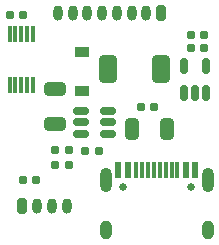
<source format=gbr>
%TF.GenerationSoftware,KiCad,Pcbnew,(6.0.0)*%
%TF.CreationDate,2022-02-06T18:38:24+08:00*%
%TF.ProjectId,FurutaPendulum_Power_Board,46757275-7461-4506-956e-64756c756d5f,rev?*%
%TF.SameCoordinates,Original*%
%TF.FileFunction,Soldermask,Top*%
%TF.FilePolarity,Negative*%
%FSLAX46Y46*%
G04 Gerber Fmt 4.6, Leading zero omitted, Abs format (unit mm)*
G04 Created by KiCad (PCBNEW (6.0.0)) date 2022-02-06 18:38:24*
%MOMM*%
%LPD*%
G01*
G04 APERTURE LIST*
G04 Aperture macros list*
%AMRoundRect*
0 Rectangle with rounded corners*
0 $1 Rounding radius*
0 $2 $3 $4 $5 $6 $7 $8 $9 X,Y pos of 4 corners*
0 Add a 4 corners polygon primitive as box body*
4,1,4,$2,$3,$4,$5,$6,$7,$8,$9,$2,$3,0*
0 Add four circle primitives for the rounded corners*
1,1,$1+$1,$2,$3*
1,1,$1+$1,$4,$5*
1,1,$1+$1,$6,$7*
1,1,$1+$1,$8,$9*
0 Add four rect primitives between the rounded corners*
20,1,$1+$1,$2,$3,$4,$5,0*
20,1,$1+$1,$4,$5,$6,$7,0*
20,1,$1+$1,$6,$7,$8,$9,0*
20,1,$1+$1,$8,$9,$2,$3,0*%
G04 Aperture macros list end*
%ADD10RoundRect,0.375000X0.375000X0.825000X-0.375000X0.825000X-0.375000X-0.825000X0.375000X-0.825000X0*%
%ADD11RoundRect,0.155000X-0.212500X-0.155000X0.212500X-0.155000X0.212500X0.155000X-0.212500X0.155000X0*%
%ADD12R,1.200000X0.900000*%
%ADD13RoundRect,0.200000X0.200000X0.450000X-0.200000X0.450000X-0.200000X-0.450000X0.200000X-0.450000X0*%
%ADD14O,0.800000X1.300000*%
%ADD15RoundRect,0.250000X-0.650000X0.325000X-0.650000X-0.325000X0.650000X-0.325000X0.650000X0.325000X0*%
%ADD16RoundRect,0.150000X-0.512500X-0.150000X0.512500X-0.150000X0.512500X0.150000X-0.512500X0.150000X0*%
%ADD17RoundRect,0.160000X-0.197500X-0.160000X0.197500X-0.160000X0.197500X0.160000X-0.197500X0.160000X0*%
%ADD18RoundRect,0.250000X-0.325000X-0.650000X0.325000X-0.650000X0.325000X0.650000X-0.325000X0.650000X0*%
%ADD19RoundRect,0.150000X0.150000X-0.512500X0.150000X0.512500X-0.150000X0.512500X-0.150000X-0.512500X0*%
%ADD20RoundRect,0.200000X-0.200000X-0.450000X0.200000X-0.450000X0.200000X0.450000X-0.200000X0.450000X0*%
%ADD21R,0.300000X1.400000*%
%ADD22C,0.650000*%
%ADD23R,0.600000X1.450000*%
%ADD24R,0.300000X1.450000*%
%ADD25O,1.000000X2.100000*%
%ADD26O,1.000000X1.600000*%
G04 APERTURE END LIST*
D10*
%TO.C,L1*%
X104325000Y-101970000D03*
X99875000Y-101970000D03*
%TD*%
D11*
%TO.C,C4*%
X92632500Y-111300000D03*
X93767500Y-111300000D03*
%TD*%
D12*
%TO.C,D1*%
X97680000Y-100510000D03*
X97680000Y-103810000D03*
%TD*%
D11*
%TO.C,C3*%
X91532500Y-97370000D03*
X92667500Y-97370000D03*
%TD*%
D13*
%TO.C,J2*%
X104375000Y-97200000D03*
D14*
X103125000Y-97200000D03*
X101875000Y-97200000D03*
X100625000Y-97200000D03*
X99375000Y-97200000D03*
X98125000Y-97200000D03*
X96875000Y-97200000D03*
X95625000Y-97200000D03*
%TD*%
D11*
%TO.C,C6*%
X106865000Y-100200000D03*
X108000000Y-100200000D03*
%TD*%
%TO.C,C2*%
X102642500Y-105120000D03*
X103777500Y-105120000D03*
%TD*%
%TO.C,C5*%
X106865000Y-99100000D03*
X108000000Y-99100000D03*
%TD*%
D15*
%TO.C,C8*%
X95340000Y-103655000D03*
X95340000Y-106605000D03*
%TD*%
D16*
%TO.C,U1*%
X97562500Y-105520000D03*
X97562500Y-106470000D03*
X97562500Y-107420000D03*
X99837500Y-107420000D03*
X99837500Y-106470000D03*
X99837500Y-105520000D03*
%TD*%
D17*
%TO.C,R1*%
X95402500Y-108810000D03*
X96597500Y-108810000D03*
%TD*%
D18*
%TO.C,C1*%
X101905000Y-107030000D03*
X104855000Y-107030000D03*
%TD*%
D19*
%TO.C,U2*%
X106300000Y-103937500D03*
X107250000Y-103937500D03*
X108200000Y-103937500D03*
X108200000Y-101662500D03*
X106300000Y-101662500D03*
%TD*%
D20*
%TO.C,J3*%
X92625000Y-113550000D03*
D14*
X93875000Y-113550000D03*
X95125000Y-113550000D03*
X96375000Y-113550000D03*
%TD*%
D21*
%TO.C,U3*%
X91530000Y-103340000D03*
X92030000Y-103340000D03*
X92530000Y-103340000D03*
X93030000Y-103340000D03*
X93530000Y-103340000D03*
X93530000Y-98940000D03*
X93030000Y-98940000D03*
X92530000Y-98940000D03*
X92030000Y-98940000D03*
X91530000Y-98940000D03*
%TD*%
D11*
%TO.C,C7*%
X95412500Y-110080000D03*
X96547500Y-110080000D03*
%TD*%
D17*
%TO.C,R2*%
X97932500Y-108900000D03*
X99127500Y-108900000D03*
%TD*%
D22*
%TO.C,J1*%
X101110000Y-111900000D03*
X106890000Y-111900000D03*
D23*
X100750000Y-110455000D03*
X101550000Y-110455000D03*
D24*
X102750000Y-110455000D03*
X103750000Y-110455000D03*
X104250000Y-110455000D03*
X105250000Y-110455000D03*
D23*
X106450000Y-110455000D03*
X107250000Y-110455000D03*
X107250000Y-110455000D03*
X106450000Y-110455000D03*
D24*
X105750000Y-110455000D03*
X104750000Y-110455000D03*
X103250000Y-110455000D03*
X102250000Y-110455000D03*
D23*
X101550000Y-110455000D03*
X100750000Y-110455000D03*
D25*
X108320000Y-111370000D03*
D26*
X99680000Y-115550000D03*
X108320000Y-115550000D03*
D25*
X99680000Y-111370000D03*
%TD*%
M02*

</source>
